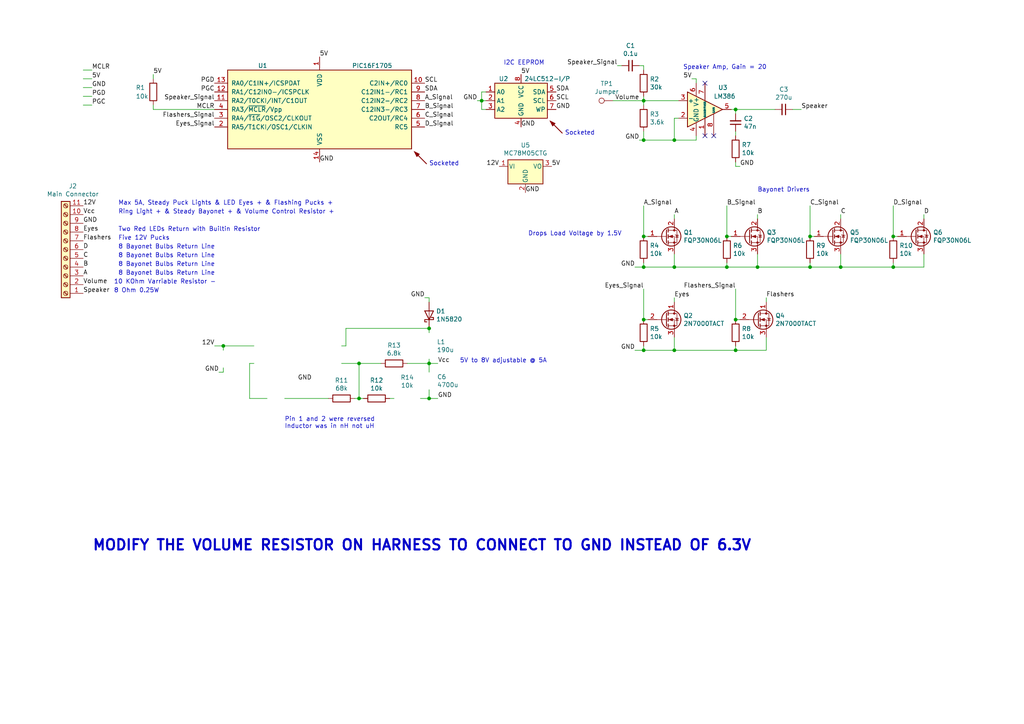
<source format=kicad_sch>
(kicad_sch (version 20231120) (generator "eeschema") (generator_version "8.0")
  (paper "A4")
  (lib_symbols
    (symbol "Amplifier_Audio:LM386" (pin_names (offset 0.127))
      (property "Reference" "U" (at 1.27 7.62 0))
      (property "Value" "LM386" (at 1.27 5.08 0))
      (symbol "LM386_0_1"
        (polyline (pts (xy 5.08 0) (xy -5.08 5.08) (xy -5.08 -5.08) (xy 5.08 0)) (stroke (width 0.254)) (fill (type background)))
      )
      (symbol "LM386_1_1"
        (pin input line (at 0 -7.62 90) (length 5.08) (name "GAIN") (number "1"))
        (pin input line (at -7.62 -2.54 0) (length 2.54) (name "-") (number "2"))
        (pin input line (at -7.62 2.54 0) (length 2.54) (name "+") (number "3"))
        (pin power_in line (at -2.54 -7.62 90) (length 3.81) (name "GND") (number "4"))
        (pin output line (at 7.62 0 180) (length 2.54) (name "~") (number "5"))
        (pin power_in line (at -2.54 7.62 270) (length 3.81) (name "V+") (number "6"))
        (pin input line (at 0 7.62 270) (length 5.08) (name "BYPASS") (number "7"))
        (pin input line (at 2.54 -7.62 90) (length 6.35) (name "GAIN") (number "8"))
      )
    )
    (symbol "Connector:Screw_Terminal_01x11" (pin_names (offset 1.016) hide)
      (property "Reference" "J" (at 0 15.24 0))
      (property "Value" "Screw_Terminal_01x11" (at 0 -15.24 0))
      (symbol "Screw_Terminal_01x11_1_1"
        (rectangle (start -1.27 13.97) (end 1.27 -13.97) (stroke (width 0.254)) (fill (type background)))
        (circle (center 0 -12.7) (radius 0.635) (stroke (width 0.1524)))
        (circle (center 0 -10.16) (radius 0.635) (stroke (width 0.1524)))
        (circle (center 0 -7.62) (radius 0.635) (stroke (width 0.1524)))
        (circle (center 0 -5.08) (radius 0.635) (stroke (width 0.1524)))
        (circle (center 0 -2.54) (radius 0.635) (stroke (width 0.1524)))
        (polyline (pts (xy -0.5334 -12.3698) (xy 0.3302 -13.208)) (stroke (width 0.1524)))
        (polyline (pts (xy -0.5334 -9.8298) (xy 0.3302 -10.668)) (stroke (width 0.1524)))
        (polyline (pts (xy -0.5334 -7.2898) (xy 0.3302 -8.128)) (stroke (width 0.1524)))
        (polyline (pts (xy -0.5334 -4.7498) (xy 0.3302 -5.588)) (stroke (width 0.1524)))
        (polyline (pts (xy -0.5334 -2.2098) (xy 0.3302 -3.048)) (stroke (width 0.1524)))
        (polyline (pts (xy -0.5334 0.3302) (xy 0.3302 -0.508)) (stroke (width 0.1524)))
        (polyline (pts (xy -0.5334 2.8702) (xy 0.3302 2.032)) (stroke (width 0.1524)))
        (polyline (pts (xy -0.5334 5.4102) (xy 0.3302 4.572)) (stroke (width 0.1524)))
        (polyline (pts (xy -0.5334 7.9502) (xy 0.3302 7.112)) (stroke (width 0.1524)))
        (polyline (pts (xy -0.5334 10.4902) (xy 0.3302 9.652)) (stroke (width 0.1524)))
        (polyline (pts (xy -0.5334 13.0302) (xy 0.3302 12.192)) (stroke (width 0.1524)))
        (polyline (pts (xy -0.3556 -12.192) (xy 0.508 -13.0302)) (stroke (width 0.1524)))
        (polyline (pts (xy -0.3556 -9.652) (xy 0.508 -10.4902)) (stroke (width 0.1524)))
        (polyline (pts (xy -0.3556 -7.112) (xy 0.508 -7.9502)) (stroke (width 0.1524)))
        (polyline (pts (xy -0.3556 -4.572) (xy 0.508 -5.4102)) (stroke (width 0.1524)))
        (polyline (pts (xy -0.3556 -2.032) (xy 0.508 -2.8702)) (stroke (width 0.1524)))
        (polyline (pts (xy -0.3556 0.508) (xy 0.508 -0.3302)) (stroke (width 0.1524)))
        (polyline (pts (xy -0.3556 3.048) (xy 0.508 2.2098)) (stroke (width 0.1524)))
        (polyline (pts (xy -0.3556 5.588) (xy 0.508 4.7498)) (stroke (width 0.1524)))
        (polyline (pts (xy -0.3556 8.128) (xy 0.508 7.2898)) (stroke (width 0.1524)))
        (polyline (pts (xy -0.3556 10.668) (xy 0.508 9.8298)) (stroke (width 0.1524)))
        (polyline (pts (xy -0.3556 13.208) (xy 0.508 12.3698)) (stroke (width 0.1524)))
        (circle (center 0 0) (radius 0.635) (stroke (width 0.1524)))
        (circle (center 0 2.54) (radius 0.635) (stroke (width 0.1524)))
        (circle (center 0 5.08) (radius 0.635) (stroke (width 0.1524)))
        (circle (center 0 7.62) (radius 0.635) (stroke (width 0.1524)))
        (circle (center 0 10.16) (radius 0.635) (stroke (width 0.1524)))
        (circle (center 0 12.7) (radius 0.635) (stroke (width 0.1524)))
        (pin passive line (at -5.08 12.7 0) (length 3.81) (name "Pin_1") (number "1"))
        (pin passive line (at -5.08 -10.16 0) (length 3.81) (name "Pin_10") (number "10"))
        (pin passive line (at -5.08 -12.7 0) (length 3.81) (name "Pin_11") (number "11"))
        (pin passive line (at -5.08 10.16 0) (length 3.81) (name "Pin_2") (number "2"))
        (pin passive line (at -5.08 7.62 0) (length 3.81) (name "Pin_3") (number "3"))
        (pin passive line (at -5.08 5.08 0) (length 3.81) (name "Pin_4") (number "4"))
        (pin passive line (at -5.08 2.54 0) (length 3.81) (name "Pin_5") (number "5"))
        (pin passive line (at -5.08 0 0) (length 3.81) (name "Pin_6") (number "6"))
        (pin passive line (at -5.08 -2.54 0) (length 3.81) (name "Pin_7") (number "7"))
        (pin passive line (at -5.08 -5.08 0) (length 3.81) (name "Pin_8") (number "8"))
        (pin passive line (at -5.08 -7.62 0) (length 3.81) (name "Pin_9") (number "9"))
      )
    )
    (symbol "Connector:TestPoint" (pin_numbers hide) (pin_names (offset 0.762) hide)
      (property "Reference" "TP" (at 0 6.858 0))
      (property "Value" "TestPoint" (at 0 5.08 0))
      (symbol "TestPoint_0_1"
        (circle (center 0 3.302) (radius 0.762))
      )
      (symbol "TestPoint_1_1"
        (pin passive line (at 0 0 90) (length 2.54) (name "1") (number "1"))
      )
    )
    (symbol "Device:C_Small" (pin_numbers hide) (pin_names (offset 0.254) hide)
      (property "Reference" "C" (at 0.254 1.778 0))
      (property "Value" "C_Small" (at 0.254 -2.032 0))
      (symbol "C_Small_0_1"
        (polyline (pts (xy -1.524 -0.508) (xy 1.524 -0.508)) (stroke (width 0.3302)))
        (polyline (pts (xy -1.524 0.508) (xy 1.524 0.508)) (stroke (width 0.3048)))
      )
      (symbol "C_Small_1_1"
        (pin passive line (at 0 2.54 270) (length 2.032) (name "~") (number "1"))
        (pin passive line (at 0 -2.54 90) (length 2.032) (name "~") (number "2"))
      )
    )
    (symbol "Device:Q_NMOS_DGS" (pin_names (offset 0) hide)
      (property "Reference" "Q" (at 5.08 1.27 0))
      (property "Value" "Q_NMOS_DGS" (at 5.08 -1.27 0))
      (symbol "Q_NMOS_DGS_0_1"
        (polyline (pts (xy 0.254 0) (xy -2.54 0)))
        (polyline (pts (xy 0.254 1.905) (xy 0.254 -1.905)) (stroke (width 0.254)))
        (polyline (pts (xy 0.762 -1.27) (xy 0.762 -2.286)) (stroke (width 0.254)))
        (polyline (pts (xy 0.762 0.508) (xy 0.762 -0.508)) (stroke (width 0.254)))
        (polyline (pts (xy 0.762 2.286) (xy 0.762 1.27)) (stroke (width 0.254)))
        (polyline (pts (xy 2.54 2.54) (xy 2.54 1.778)))
        (polyline (pts (xy 2.54 -2.54) (xy 2.54 0) (xy 0.762 0)))
        (polyline (pts (xy 0.762 -1.778) (xy 3.302 -1.778) (xy 3.302 1.778) (xy 0.762 1.778)))
        (polyline (pts (xy 1.016 0) (xy 2.032 0.381) (xy 2.032 -0.381) (xy 1.016 0)) (fill (type outline)))
        (polyline (pts (xy 2.794 0.508) (xy 2.921 0.381) (xy 3.683 0.381) (xy 3.81 0.254)))
        (polyline (pts (xy 3.302 0.381) (xy 2.921 -0.254) (xy 3.683 -0.254) (xy 3.302 0.381)))
        (circle (center 1.651 0) (radius 2.794) (stroke (width 0.254)))
        (circle (center 2.54 -1.778) (radius 0.254) (fill (type outline)))
        (circle (center 2.54 1.778) (radius 0.254) (fill (type outline)))
      )
      (symbol "Q_NMOS_DGS_1_1"
        (pin passive line (at 2.54 5.08 270) (length 2.54) (name "D") (number "1"))
        (pin input line (at -5.08 0 0) (length 2.54) (name "G") (number "2"))
        (pin passive line (at 2.54 -5.08 90) (length 2.54) (name "S") (number "3"))
      )
    )
    (symbol "Device:Q_NMOS_GDS" (pin_names (offset 0) hide)
      (property "Reference" "Q" (at 5.08 1.27 0))
      (property "Value" "Q_NMOS_GDS" (at 5.08 -1.27 0))
      (symbol "Q_NMOS_GDS_0_1"
        (polyline (pts (xy 0.254 0) (xy -2.54 0)))
        (polyline (pts (xy 0.254 1.905) (xy 0.254 -1.905)) (stroke (width 0.254)))
        (polyline (pts (xy 0.762 -1.27) (xy 0.762 -2.286)) (stroke (width 0.254)))
        (polyline (pts (xy 0.762 0.508) (xy 0.762 -0.508)) (stroke (width 0.254)))
        (polyline (pts (xy 0.762 2.286) (xy 0.762 1.27)) (stroke (width 0.254)))
        (polyline (pts (xy 2.54 2.54) (xy 2.54 1.778)))
        (polyline (pts (xy 2.54 -2.54) (xy 2.54 0) (xy 0.762 0)))
        (polyline (pts (xy 0.762 -1.778) (xy 3.302 -1.778) (xy 3.302 1.778) (xy 0.762 1.778)))
        (polyline (pts (xy 1.016 0) (xy 2.032 0.381) (xy 2.032 -0.381) (xy 1.016 0)) (fill (type outline)))
        (polyline (pts (xy 2.794 0.508) (xy 2.921 0.381) (xy 3.683 0.381) (xy 3.81 0.254)))
        (polyline (pts (xy 3.302 0.381) (xy 2.921 -0.254) (xy 3.683 -0.254) (xy 3.302 0.381)))
        (circle (center 1.651 0) (radius 2.794) (stroke (width 0.254)))
        (circle (center 2.54 -1.778) (radius 0.254) (fill (type outline)))
        (circle (center 2.54 1.778) (radius 0.254) (fill (type outline)))
      )
      (symbol "Q_NMOS_GDS_1_1"
        (pin input line (at -5.08 0 0) (length 2.54) (name "G") (number "1"))
        (pin passive line (at 2.54 5.08 270) (length 2.54) (name "D") (number "2"))
        (pin passive line (at 2.54 -5.08 90) (length 2.54) (name "S") (number "3"))
      )
    )
    (symbol "Device:R" (pin_numbers hide) (pin_names (offset 0))
      (property "Reference" "R" (at 2.032 0 90))
      (property "Value" "R" (at 0 0 90))
      (symbol "R_0_1"
        (rectangle (start -1.016 -2.54) (end 1.016 2.54) (stroke (width 0.254)))
      )
      (symbol "R_1_1"
        (pin passive line (at 0 3.81 270) (length 1.27) (name "~") (number "1"))
        (pin passive line (at 0 -3.81 90) (length 1.27) (name "~") (number "2"))
      )
    )
    (symbol "Diode:1N5820" (pin_numbers hide) (pin_names (offset 1.016) hide)
      (property "Reference" "D" (at 0 2.54 0))
      (property "Value" "1N5820" (at 0 -2.54 0))
      (symbol "1N5820_0_1"
        (polyline (pts (xy 1.27 0) (xy -1.27 0)))
        (polyline (pts (xy 1.27 1.27) (xy 1.27 -1.27) (xy -1.27 0) (xy 1.27 1.27)) (stroke (width 0.254)))
        (polyline (pts (xy -1.905 0.635) (xy -1.905 1.27) (xy -1.27 1.27) (xy -1.27 -1.27) (xy -0.635 -1.27) (xy -0.635 -0.635)) (stroke (width 0.254)))
      )
      (symbol "1N5820_1_1"
        (pin passive line (at -3.81 0 0) (length 2.54) (name "K") (number "1"))
        (pin passive line (at 3.81 0 180) (length 2.54) (name "A") (number "2"))
      )
    )
    (symbol "Graphic:SYM_Arrow45_Normal" (in_bom no) (on_board no)
      (symbol "SYM_Arrow45_Normal_0_1"
        (polyline (pts (xy 1.524 -1.524) (xy -1.778 1.778)) (stroke (width 0.254)))
        (polyline (pts (xy 1.778 -1.778) (xy 0.254 -1.016) (xy 1.016 -0.254) (xy 1.778 -1.778)) (fill (type outline)))
      )
    )
    (symbol "MCU_Microchip_PIC16:PIC16F610-IP" (pin_names (offset 1.016))
      (property "Reference" "U" (at -25.4 15.24 0))
      (property "Value" "PIC16F610-IP" (at -25.4 12.7 0))
      (symbol "PIC16F610-IP_0_1"
        (rectangle (start -26.67 11.43) (end 26.67 -11.43) (stroke (width 0.254)) (fill (type background)))
      )
      (symbol "PIC16F610-IP_1_1"
        (pin power_in line (at 0 15.24 270) (length 3.81) (name "VDD") (number "1"))
        (pin bidirectional line (at 30.48 7.62 180) (length 3.81) (name "C2IN+/RC0") (number "10"))
        (pin bidirectional line (at -30.48 2.54 0) (length 3.81) (name "RA2/T0CKI/INT/C1OUT") (number "11"))
        (pin bidirectional line (at -30.48 5.08 0) (length 3.81) (name "RA1/C12IN0-/ICSPCLK") (number "12"))
        (pin bidirectional line (at -30.48 7.62 0) (length 3.81) (name "RA0/C1IN+/ICSPDAT") (number "13"))
        (pin power_in line (at 0 -15.24 90) (length 3.81) (name "VSS") (number "14"))
        (pin bidirectional line (at -30.48 -5.08 0) (length 3.81) (name "RA5/T1CKI/OSC1/CLKIN") (number "2"))
        (pin bidirectional line (at -30.48 -2.54 0) (length 3.81) (name "RA4/~{T1G}/OSC2/CLKOUT") (number "3"))
        (pin input line (at -30.48 0 0) (length 3.81) (name "RA3/~{MCLR}/Vpp") (number "4"))
        (pin bidirectional line (at 30.48 -5.08 180) (length 3.81) (name "RC5") (number "5"))
        (pin bidirectional line (at 30.48 -2.54 180) (length 3.81) (name "C2OUT/RC4") (number "6"))
        (pin bidirectional line (at 30.48 0 180) (length 3.81) (name "C12IN3-/RC3") (number "7"))
        (pin bidirectional line (at 30.48 2.54 180) (length 3.81) (name "C12IN2-/RC2") (number "8"))
        (pin bidirectional line (at 30.48 5.08 180) (length 3.81) (name "C12IN1-/RC1") (number "9"))
      )
    )
    (symbol "Memory_EEPROM:24LC256"
      (property "Reference" "U" (at -6.35 6.35 0))
      (property "Value" "24LC256" (at 1.27 6.35 0))
      (symbol "24LC256_1_1"
        (rectangle (start -7.62 5.08) (end 7.62 -5.08) (stroke (width 0.254)) (fill (type background)))
        (pin input line (at -10.16 2.54 0) (length 2.54) (name "A0") (number "1"))
        (pin input line (at -10.16 0 0) (length 2.54) (name "A1") (number "2"))
        (pin input line (at -10.16 -2.54 0) (length 2.54) (name "A2") (number "3"))
        (pin power_in line (at 0 -7.62 90) (length 2.54) (name "GND") (number "4"))
        (pin bidirectional line (at 10.16 2.54 180) (length 2.54) (name "SDA") (number "5"))
        (pin input line (at 10.16 0 180) (length 2.54) (name "SCL") (number "6"))
        (pin input line (at 10.16 -2.54 180) (length 2.54) (name "WP") (number "7"))
        (pin power_in line (at 0 7.62 270) (length 2.54) (name "VCC") (number "8"))
      )
    )
    (symbol "Regulator_Linear:MC78M05_TO252" (pin_names (offset 0.254))
      (property "Reference" "U" (at -3.81 3.175 0))
      (property "Value" "MC78M05_TO252" (at 0 3.175 0))
      (symbol "MC78M05_TO252_0_1"
        (rectangle (start -5.08 1.905) (end 5.08 -5.08) (stroke (width 0.254)) (fill (type background)))
      )
      (symbol "MC78M05_TO252_1_1"
        (pin power_in line (at -7.62 0 0) (length 2.54) (name "VI") (number "1"))
        (pin power_in line (at 0 -7.62 90) (length 2.54) (name "GND") (number "2"))
        (pin power_out line (at 7.62 0 180) (length 2.54) (name "VO") (number "3"))
      )
    )
  )
  (junction (at 186.69 101.6))
  (junction (at 234.95 68.58))
  (junction (at 213.36 101.6))
  (junction (at 195.58 40.64))
  (junction (at 213.36 92.71))
  (junction (at 195.58 101.6))
  (junction (at 195.58 77.47))
  (junction (at 213.36 31.75))
  (junction (at 210.82 77.47))
  (junction (at 104.14 115.57))
  (junction (at 64.77 100.33))
  (junction (at 186.69 68.58))
  (junction (at 124.46 95.25))
  (junction (at 234.95 77.47))
  (junction (at 186.69 92.71))
  (junction (at 186.69 29.21))
  (junction (at 259.08 77.47))
  (junction (at 124.46 115.57))
  (junction (at 243.84 77.47))
  (junction (at 186.69 40.64))
  (junction (at 124.46 105.41))
  (junction (at 139.7 29.21))
  (junction (at 219.71 77.47))
  (junction (at 104.14 105.41))
  (junction (at 259.08 68.58))
  (junction (at 186.69 77.47))
  (junction (at 210.82 68.58))
  (no_connect (at 207.01 39.37))
  (no_connect (at 204.47 24.13))
  (no_connect (at 204.47 39.37))
  (wire (pts (xy 139.7 29.21) (xy 139.7 31.75)))
  (wire (pts (xy 26.67 22.86) (xy 24.13 22.86)))
  (wire (pts (xy 259.08 77.47) (xy 267.97 77.47)))
  (wire (pts (xy 219.71 62.23) (xy 219.71 63.5)))
  (wire (pts (xy 213.36 31.75) (xy 224.79 31.75)))
  (wire (pts (xy 186.69 68.58) (xy 187.96 68.58)))
  (wire (pts (xy 195.58 62.23) (xy 195.58 63.5)))
  (wire (pts (xy 184.15 77.47) (xy 186.69 77.47)))
  (wire (pts (xy 24.13 27.94) (xy 26.67 27.94)))
  (wire (pts (xy 72.39 105.41) (xy 72.39 115.57)))
  (wire (pts (xy 186.69 29.21) (xy 186.69 27.94)))
  (wire (pts (xy 64.77 101.6) (xy 64.77 100.33)))
  (wire (pts (xy 186.69 83.82) (xy 186.69 92.71)))
  (wire (pts (xy 64.77 100.33) (xy 62.23 100.33)))
  (wire (pts (xy 99.06 105.41) (xy 104.14 105.41)))
  (wire (pts (xy 114.3 115.57) (xy 113.03 115.57)))
  (wire (pts (xy 44.45 31.75) (xy 44.45 30.48)))
  (wire (pts (xy 139.7 29.21) (xy 140.97 29.21)))
  (wire (pts (xy 124.46 96.52) (xy 124.46 95.25)))
  (wire (pts (xy 267.97 62.23) (xy 267.97 63.5)))
  (wire (pts (xy 243.84 73.66) (xy 243.84 77.47)))
  (wire (pts (xy 139.7 26.67) (xy 140.97 26.67)))
  (wire (pts (xy 121.92 115.57) (xy 124.46 115.57)))
  (wire (pts (xy 195.58 77.47) (xy 210.82 77.47)))
  (wire (pts (xy 210.82 77.47) (xy 219.71 77.47)))
  (wire (pts (xy 195.58 34.29) (xy 196.85 34.29)))
  (wire (pts (xy 99.06 100.33) (xy 100.33 100.33)))
  (wire (pts (xy 213.36 92.71) (xy 214.63 92.71)))
  (wire (pts (xy 124.46 86.36) (xy 123.19 86.36)))
  (wire (pts (xy 200.66 22.86) (xy 201.93 22.86)))
  (wire (pts (xy 124.46 105.41) (xy 124.46 104.14)))
  (wire (pts (xy 102.87 115.57) (xy 104.14 115.57)))
  (wire (pts (xy 195.58 97.79) (xy 195.58 101.6)))
  (wire (pts (xy 243.84 77.47) (xy 259.08 77.47)))
  (wire (pts (xy 44.45 31.75) (xy 62.23 31.75)))
  (wire (pts (xy 195.58 101.6) (xy 213.36 101.6)))
  (wire (pts (xy 124.46 113.03) (xy 124.46 115.57)))
  (wire (pts (xy 100.33 95.25) (xy 100.33 100.33)))
  (wire (pts (xy 219.71 73.66) (xy 219.71 77.47)))
  (wire (pts (xy 72.39 115.57) (xy 77.47 115.57)))
  (wire (pts (xy 186.69 101.6) (xy 195.58 101.6)))
  (wire (pts (xy 210.82 77.47) (xy 210.82 76.2)))
  (wire (pts (xy 184.15 101.6) (xy 186.69 101.6)))
  (wire (pts (xy 213.36 101.6) (xy 213.36 100.33)))
  (wire (pts (xy 186.69 40.64) (xy 186.69 38.1)))
  (wire (pts (xy 138.43 29.21) (xy 139.7 29.21)))
  (wire (pts (xy 214.63 48.26) (xy 213.36 48.26)))
  (wire (pts (xy 64.77 107.95) (xy 64.77 106.68)))
  (wire (pts (xy 195.58 40.64) (xy 201.93 40.64)))
  (wire (pts (xy 104.14 105.41) (xy 110.49 105.41)))
  (wire (pts (xy 213.36 39.37) (xy 213.36 38.1)))
  (wire (pts (xy 82.55 115.57) (xy 95.25 115.57)))
  (wire (pts (xy 243.84 62.23) (xy 243.84 63.5)))
  (wire (pts (xy 195.58 86.36) (xy 195.58 87.63)))
  (wire (pts (xy 186.69 29.21) (xy 196.85 29.21)))
  (wire (pts (xy 186.69 77.47) (xy 186.69 76.2)))
  (wire (pts (xy 210.82 68.58) (xy 212.09 68.58)))
  (wire (pts (xy 201.93 40.64) (xy 201.93 39.37)))
  (wire (pts (xy 212.09 31.75) (xy 213.36 31.75)))
  (wire (pts (xy 229.87 31.75) (xy 232.41 31.75)))
  (wire (pts (xy 104.14 115.57) (xy 105.41 115.57)))
  (wire (pts (xy 179.07 19.05) (xy 180.34 19.05)))
  (wire (pts (xy 73.66 105.41) (xy 72.39 105.41)))
  (wire (pts (xy 104.14 115.57) (xy 104.14 105.41)))
  (wire (pts (xy 124.46 107.95) (xy 124.46 105.41)))
  (wire (pts (xy 213.36 33.02) (xy 213.36 31.75)))
  (wire (pts (xy 213.36 48.26) (xy 213.36 46.99)))
  (wire (pts (xy 234.95 68.58) (xy 236.22 68.58)))
  (wire (pts (xy 186.69 92.71) (xy 187.96 92.71)))
  (wire (pts (xy 201.93 22.86) (xy 201.93 24.13)))
  (wire (pts (xy 24.13 30.48) (xy 26.67 30.48)))
  (wire (pts (xy 44.45 22.86) (xy 44.45 21.59)))
  (wire (pts (xy 267.97 73.66) (xy 267.97 77.47)))
  (wire (pts (xy 186.69 77.47) (xy 195.58 77.47)))
  (wire (pts (xy 186.69 19.05) (xy 186.69 20.32)))
  (wire (pts (xy 186.69 101.6) (xy 186.69 100.33)))
  (wire (pts (xy 127 115.57) (xy 124.46 115.57)))
  (wire (pts (xy 234.95 77.47) (xy 243.84 77.47)))
  (wire (pts (xy 195.58 73.66) (xy 195.58 77.47)))
  (wire (pts (xy 186.69 40.64) (xy 195.58 40.64)))
  (wire (pts (xy 185.42 19.05) (xy 186.69 19.05)))
  (wire (pts (xy 177.8 29.21) (xy 186.69 29.21)))
  (wire (pts (xy 139.7 29.21) (xy 139.7 26.67)))
  (wire (pts (xy 234.95 77.47) (xy 234.95 76.2)))
  (wire (pts (xy 259.08 59.69) (xy 259.08 68.58)))
  (wire (pts (xy 140.97 31.75) (xy 139.7 31.75)))
  (wire (pts (xy 213.36 83.82) (xy 213.36 92.71)))
  (wire (pts (xy 222.25 86.36) (xy 222.25 87.63)))
  (wire (pts (xy 124.46 105.41) (xy 127 105.41)))
  (wire (pts (xy 259.08 77.47) (xy 259.08 76.2)))
  (wire (pts (xy 100.33 95.25) (xy 124.46 95.25)))
  (wire (pts (xy 124.46 87.63) (xy 124.46 86.36)))
  (wire (pts (xy 118.11 105.41) (xy 124.46 105.41)))
  (wire (pts (xy 259.08 68.58) (xy 260.35 68.58)))
  (wire (pts (xy 185.42 40.64) (xy 186.69 40.64)))
  (wire (pts (xy 222.25 97.79) (xy 222.25 101.6)))
  (wire (pts (xy 24.13 25.4) (xy 26.67 25.4)))
  (wire (pts (xy 234.95 59.69) (xy 234.95 68.58)))
  (wire (pts (xy 73.66 100.33) (xy 64.77 100.33)))
  (wire (pts (xy 63.5 107.95) (xy 64.77 107.95)))
  (wire (pts (xy 186.69 59.69) (xy 186.69 68.58)))
  (wire (pts (xy 195.58 34.29) (xy 195.58 40.64)))
  (wire (pts (xy 24.13 20.32) (xy 26.67 20.32)))
  (wire (pts (xy 210.82 59.69) (xy 210.82 68.58)))
  (wire (pts (xy 186.69 30.48) (xy 186.69 29.21)))
  (wire (pts (xy 213.36 101.6) (xy 222.25 101.6)))
  (wire (pts (xy 219.71 77.47) (xy 234.95 77.47)))
  (text "Drops Load Voltage by 1.5V" (at 180.34 68.58 0) (effects (font (size 1.27 1.27)) (justify right bottom)))
  (text "8 Bayonet Bulbs Return Line" (at 34.29 72.39 0) (effects (font (size 1.27 1.27)) (justify left bottom)))
  (text "Pin 1 and 2 were reversed\nInductor was in nH not uH" (at 82.55 124.46 0) (effects (font (size 1.27 1.27)) (justify left bottom)))
  (text "Socketed" (at 163.83 39.37 0) (effects (font (size 1.27 1.27)) (justify left bottom)))
  (text "Five 12V Pucks" (at 34.29 69.85 0) (effects (font (size 1.27 1.27)) (justify left bottom)))
  (text "8 Bayonet Bulbs Return Line" (at 34.29 80.01 0) (effects (font (size 1.27 1.27)) (justify left bottom)))
  (text "MODIFY THE VOLUME RESISTOR ON HARNESS TO CONNECT TO GND INSTEAD OF 6.3V" (at 26.67 160.02 0) (effects (font (size 2.9972 2.9972) (thickness 0.5994) (bold yes)) (justify left bottom)))
  (text "5V to 8V adjustable @ 5A" (at 133.35 105.41 0) (effects (font (size 1.27 1.27)) (justify left bottom)))
  (text "8 Ohm 0.25W" (at 33.02 85.09 0) (effects (font (size 1.27 1.27)) (justify left bottom)))
  (text "Two Red LEDs Return with Builtin Resistor" (at 34.29 67.31 0) (effects (font (size 1.27 1.27)) (justify left bottom)))
  (text "I2C EEPROM" (at 146.05 19.05 0) (effects (font (size 1.27 1.27)) (justify left bottom)))
  (text "Speaker Amp, Gain = 20" (at 198.12 20.32 0) (effects (font (size 1.27 1.27)) (justify left bottom)))
  (text "Socketed" (at 124.46 48.26 0) (effects (font (size 1.27 1.27)) (justify left bottom)))
  (text "10 KOhm Varriable Resistor -" (at 33.02 82.55 0) (effects (font (size 1.27 1.27)) (justify left bottom)))
  (text "Bayonet Drivers" (at 219.71 55.88 0) (effects (font (size 1.27 1.27)) (justify left bottom)))
  (text "Ring Light + & Steady Bayonet + & Volume Control Resistor +" (at 34.29 62.23 0) (effects (font (size 1.27 1.27)) (justify left bottom)))
  (text "Max 5A, Steady Puck Lights & LED Eyes + & Flashing Pucks +" (at 34.29 59.69 0) (effects (font (size 1.27 1.27)) (justify left bottom)))
  (text "8 Bayonet Bulbs Return Line" (at 34.29 77.47 0) (effects (font (size 1.27 1.27)) (justify left bottom)))
  (text "8 Bayonet Bulbs Return Line" (at 34.29 74.93 0) (effects (font (size 1.27 1.27)) (justify left bottom)))
  (label "MCLR" (at 26.67 20.32 0))
  (label "Volume" (at 185.42 29.21 180))
  (label "SDA" (at 161.29 26.67 0))
  (label "SDA" (at 123.19 26.67 0))
  (label "Speaker" (at 24.13 85.09 0))
  (label "Speaker_Signal" (at 62.23 29.21 180))
  (label "5V" (at 44.45 21.59 0))
  (label "PGC" (at 62.23 26.67 180))
  (label "C" (at 243.84 62.23 0))
  (label "5V" (at 92.71 16.51 0))
  (label "PGC" (at 26.67 30.48 0))
  (label "PGD" (at 62.23 24.13 180))
  (label "B" (at 24.13 77.47 0))
  (label "B_Signal" (at 123.19 31.75 0))
  (label "D" (at 24.13 72.39 0))
  (label "5V" (at 26.67 22.86 0))
  (label "GND" (at 26.67 25.4 0))
  (label "Flashers" (at 24.13 69.85 0))
  (label "GND" (at 185.42 40.64 180))
  (label "A_Signal" (at 123.19 29.21 0))
  (label "C_Signal" (at 123.19 34.29 0))
  (label "A" (at 24.13 80.01 0))
  (label "D" (at 267.97 62.23 0))
  (label "B" (at 219.71 62.23 0))
  (label "Flashers" (at 222.25 86.36 0))
  (label "GND" (at 63.5 107.95 180))
  (label "5V" (at 151.13 21.59 0))
  (label "C" (at 24.13 74.93 0))
  (label "GND" (at 151.13 36.83 0))
  (label "GND" (at 24.13 64.77 0))
  (label "GND" (at 86.36 110.49 0))
  (label "12V" (at 24.13 59.69 0))
  (label "GND" (at 214.63 48.26 0))
  (label "Eyes_Signal" (at 62.23 36.83 180))
  (label "GND" (at 127 115.57 0))
  (label "5V" (at 200.66 22.86 180))
  (label "D_Signal" (at 123.19 36.83 0))
  (label "GND" (at 92.71 46.99 0))
  (label "Flashers_Signal" (at 62.23 34.29 180))
  (label "Speaker" (at 232.41 31.75 0))
  (label "C_Signal" (at 234.95 59.69 0))
  (label "Vcc" (at 24.13 62.23 0))
  (label "Vcc" (at 127 105.41 0))
  (label "12V" (at 144.78 48.26 180))
  (label "5V" (at 160.02 48.26 0))
  (label "A_Signal" (at 186.69 59.69 0))
  (label "A" (at 195.58 62.23 0))
  (label "D_Signal" (at 259.08 59.69 0))
  (label "GND" (at 138.43 29.21 180))
  (label "12V" (at 62.23 100.33 180))
  (label "Eyes" (at 24.13 67.31 0))
  (label "GND" (at 152.4 55.88 0))
  (label "SCL" (at 161.29 29.21 0))
  (label "GND" (at 123.19 86.36 180))
  (label "Eyes_Signal" (at 186.69 83.82 180))
  (label "Flashers_Signal" (at 213.36 83.82 180))
  (label "Volume" (at 24.13 82.55 0))
  (label "Eyes" (at 195.58 86.36 0))
  (label "SCL" (at 123.19 24.13 0))
  (label "GND" (at 184.15 101.6 180))
  (label "MCLR" (at 62.23 31.75 180))
  (label "PGD" (at 26.67 27.94 0))
  (label "GND" (at 184.15 77.47 180))
  (label "Speaker_Signal" (at 179.07 19.05 180))
  (label "GND" (at 161.29 31.75 0))
  (label "B_Signal" (at 210.82 59.69 0))
  (symbol (lib_id "MCU_Microchip_PIC16:PIC16F610-IP") (at 92.71 31.75 0) (unit 1)
    (property "Reference" "U1" (at 76.2 19.05 0))
    (property "Value" "PIC16F1705" (at 107.95 19.05 0))
    (property "Footprint" "Package_DIP:DIP-14_W7.62mm" (effects (hide yes)))
    (property "Datasheet" "http://ww1.microchip.com/downloads/en/DeviceDoc/41288F.pdf" (effects (hide yes)))
    (property "Digikey" "PIC16F1705-I/P-ND" (effects (hide yes)))
  )
  (symbol (lib_id "Connector:Conn_01x05_Male") (at 19.05 25.4 0) (unit 1)
    (property "Reference" "J1" (at 22.86 13.97 0))
    (property "Value" "ICSP Programing" (at 22.86 16.51 0))
    (property "Footprint" "Connector_PinHeader_2.54mm:PinHeader_1x05_P2.54mm_Vertical" (effects (hide yes)))
    (property "Digikey" "WM19491-ND" (effects (hide yes)))
  )
  (symbol (lib_id "Graphic:SYM_Arrow45_Normal") (at 121.92 45.72 180) (unit 1)
    (property "Reference" "SYM1" (effects (hide yes)))
    (property "Value" "Socket" (effects (hide yes)))
    (property "Digikey" "AE9989-ND" (effects (hide yes)))
  )
  (symbol (lib_id "Graphic:SYM_Arrow45_Normal") (at 161.29 36.83 180) (unit 1)
    (property "Reference" "SYM2" (effects (hide yes)))
    (property "Value" "Socket" (effects (hide yes)))
    (property "Digikey" "AE9986-ND" (effects (hide yes)))
  )
  (symbol (lib_id "Connector:Screw_Terminal_01x11") (at 19.05 72.39 180) (unit 1)
    (property "Reference" "J2" (at 21.1328 53.975 0))
    (property "Value" "Main Connector" (at 21.1328 56.2864 0))
    (property "Footprint" "TerminalBlock_Phoenix:TerminalBlock_Phoenix_MKDS-3-11-5.08_1x11_P5.08mm_Horizontal" (effects (hide yes)))
    (property "Digikey" "277-1586-ND" (effects (hide yes)))
  )
  (symbol (lib_id "Device:R") (at 44.45 26.67 0) (mirror y) (unit 1)
    (property "Reference" "R1" (at 39.37 25.4 0) (effects (justify right)))
    (property "Value" "10k" (at 39.37 27.94 0) (effects (justify right)))
    (property "Footprint" "Resistor_THT:R_Axial_DIN0207_L6.3mm_D2.5mm_P10.16mm_Horizontal" (effects (hide yes)))
    (property "Digikey" "13-MFR50SFTE52-10KCT-ND" (effects (hide yes)))
  )
  (symbol (lib_id "Memory_EEPROM:24LC256") (at 151.13 29.21 0) (unit 1)
    (property "Reference" "U2" (at 146.05 22.86 0))
    (property "Value" "24LC512-I/P" (at 158.75 22.86 0))
    (property "Footprint" "Package_DIP:DIP-8_W7.62mm" (effects (hide yes)))
    (property "Datasheet" "http://ww1.microchip.com/downloads/en/devicedoc/21203m.pdf" (effects (hide yes)))
    (property "Digikey" "24LC512-I/P-ND" (effects (hide yes)))
  )
  (symbol (lib_id "Amplifier_Audio:LM386") (at 204.47 31.75 0) (unit 1)
    (property "Reference" "U3" (at 208.28 25.4 0) (effects (justify left)))
    (property "Value" "LM386" (at 207.01 27.94 0) (effects (justify left)))
    (property "Footprint" "Package_DIP:DIP-8_W7.62mm" (effects (hide yes)))
    (property "Datasheet" "http://www.ti.com/lit/ds/symlink/lm386.pdf" (effects (hide yes)))
    (property "Digikey" "296-44414-5-ND" (effects (hide yes)))
  )
  (symbol (lib_id "Device:C_Small") (at 227.33 31.75 270) (unit 1)
    (property "Reference" "C3" (at 227.33 25.9334 90))
    (property "Value" "270u" (at 227.33 28.2448 90))
    (property "Footprint" "Capacitor_THT:CP_Radial_D8.0mm_P3.50mm" (effects (hide yes)))
    (property "Digikey" "493-5019-1-ND" (effects (hide yes)))
  )
  (symbol (lib_id "Device:R") (at 186.69 24.13 0) (unit 1)
    (property "Reference" "R2" (at 188.468 22.9616 0) (effects (justify left)))
    (property "Value" "30k" (at 188.468 25.273 0) (effects (justify left)))
    (property "Footprint" "Resistor_THT:R_Axial_DIN0207_L6.3mm_D2.5mm_P10.16mm_Horizontal" (effects (hide yes)))
    (property "Digikey" "13-MFR-25FTE52-30KCT-ND" (effects (hide yes)))
  )
  (symbol (lib_id "Device:R") (at 186.69 34.29 0) (unit 1)
    (property "Reference" "R3" (at 188.468 33.1216 0) (effects (justify left)))
    (property "Value" "3.6k" (at 188.468 35.433 0) (effects (justify left)))
    (property "Footprint" "Resistor_THT:R_Axial_DIN0207_L6.3mm_D2.5mm_P10.16mm_Horizontal" (effects (hide yes)))
    (property "Digikey" "13-MFR-25FTE52-3K6CT-ND" (effects (hide yes)))
  )
  (symbol (lib_id "Device:C_Small") (at 213.36 35.56 180) (unit 1)
    (property "Reference" "C2" (at 215.6968 34.3916 0) (effects (justify right)))
    (property "Value" "47n" (at 215.6968 36.703 0) (effects (justify right)))
    (property "Footprint" "Capacitor_THT:C_Disc_D4.7mm_W2.5mm_P5.00mm" (effects (hide yes)))
    (property "Digikey" "BC2686CT-ND" (effects (hide yes)))
  )
  (symbol (lib_id "Device:R") (at 213.36 43.18 0) (unit 1)
    (property "Reference" "R7" (at 215.138 42.0116 0) (effects (justify left)))
    (property "Value" "10k" (at 215.138 44.323 0) (effects (justify left)))
    (property "Footprint" "Resistor_THT:R_Axial_DIN0207_L6.3mm_D2.5mm_P10.16mm_Horizontal" (effects (hide yes)))
    (property "Digikey" "13-MFR50SFTE52-10KCT-ND" (effects (hide yes)))
  )
  (symbol (lib_id "Device:C_Small") (at 182.88 19.05 90) (unit 1)
    (property "Reference" "C1" (at 182.88 13.2334 90))
    (property "Value" "0.1u" (at 182.88 15.5448 90))
    (property "Footprint" "Capacitor_THT:C_Disc_D3.8mm_W2.6mm_P2.50mm" (effects (hide yes)))
    (property "Digikey" "399-4151-ND" (effects (hide yes)))
  )
  (symbol (lib_id "Device:R") (at 186.69 72.39 180) (unit 1)
    (property "Reference" "R4" (at 188.468 71.2216 0) (effects (justify right)))
    (property "Value" "10k" (at 188.468 73.533 0) (effects (justify right)))
    (property "Footprint" "Resistor_THT:R_Axial_DIN0207_L6.3mm_D2.5mm_P10.16mm_Horizontal" (effects (hide yes)))
    (property "Digikey" "13-MFR50SFTE52-10KCT-ND" (effects (hide yes)))
  )
  (symbol (lib_id "Device:R") (at 210.82 72.39 180) (unit 1)
    (property "Reference" "R6" (at 212.598 71.2216 0) (effects (justify right)))
    (property "Value" "10k" (at 212.598 73.533 0) (effects (justify right)))
    (property "Footprint" "Resistor_THT:R_Axial_DIN0207_L6.3mm_D2.5mm_P10.16mm_Horizontal" (effects (hide yes)))
    (property "Digikey" "13-MFR50SFTE52-10KCT-ND" (effects (hide yes)))
  )
  (symbol (lib_id "Device:R") (at 234.95 72.39 180) (unit 1)
    (property "Reference" "R9" (at 236.728 71.2216 0) (effects (justify right)))
    (property "Value" "10k" (at 236.728 73.533 0) (effects (justify right)))
    (property "Footprint" "Resistor_THT:R_Axial_DIN0207_L6.3mm_D2.5mm_P10.16mm_Horizontal" (effects (hide yes)))
    (property "Digikey" "13-MFR50SFTE52-10KCT-ND" (effects (hide yes)))
  )
  (symbol (lib_id "Device:R") (at 259.08 72.39 180) (unit 1)
    (property "Reference" "R10" (at 260.858 71.2216 0) (effects (justify right)))
    (property "Value" "10k" (at 260.858 73.533 0) (effects (justify right)))
    (property "Footprint" "Resistor_THT:R_Axial_DIN0207_L6.3mm_D2.5mm_P10.16mm_Horizontal" (effects (hide yes)))
    (property "Digikey" "13-MFR50SFTE52-10KCT-ND" (effects (hide yes)))
  )
  (symbol (lib_id "Device:R") (at 186.69 96.52 180) (unit 1)
    (property "Reference" "R5" (at 188.468 95.3516 0) (effects (justify right)))
    (property "Value" "10k" (at 188.468 97.663 0) (effects (justify right)))
    (property "Footprint" "Resistor_THT:R_Axial_DIN0207_L6.3mm_D2.5mm_P10.16mm_Horizontal" (effects (hide yes)))
    (property "Digikey" "13-MFR50SFTE52-10KCT-ND" (effects (hide yes)))
  )
  (symbol (lib_id "Device:R") (at 213.36 96.52 180) (unit 1)
    (property "Reference" "R8" (at 215.138 95.3516 0) (effects (justify right)))
    (property "Value" "10k" (at 215.138 97.663 0) (effects (justify right)))
    (property "Footprint" "Resistor_THT:R_Axial_DIN0207_L6.3mm_D2.5mm_P10.16mm_Horizontal" (effects (hide yes)))
    (property "Digikey" "13-MFR50SFTE52-10KCT-ND" (effects (hide yes)))
  )
  (symbol (lib_id "Device:Q_NMOS_DGS") (at 193.04 92.71 0) (unit 1)
    (property "Reference" "Q2" (at 198.2216 91.5416 0) (effects (justify left)))
    (property "Value" "2N7000TACT" (at 198.2216 93.853 0) (effects (justify left)))
    (property "Footprint" "Package_TO_SOT_THT:TO-92_Inline" (effects (hide yes)))
    (property "Digikey" "2N7000TACT-ND" (effects (hide yes)))
  )
  (symbol (lib_id "Device:Q_NMOS_GDS") (at 193.04 68.58 0) (unit 1)
    (property "Reference" "Q1" (at 198.247 67.4116 0) (effects (justify left)))
    (property "Value" "FQP30N06L" (at 198.247 69.723 0) (effects (justify left)))
    (property "Footprint" "Package_TO_SOT_THT:TO-220-3_Vertical" (effects (hide yes)))
    (property "Digikey" "FQP30N06L-ND" (effects (hide yes)))
  )
  (symbol (lib_id "Device:Q_NMOS_GDS") (at 217.17 68.58 0) (unit 1)
    (property "Reference" "Q3" (at 222.377 67.4116 0) (effects (justify left)))
    (property "Value" "FQP30N06L" (at 222.377 69.723 0) (effects (justify left)))
    (property "Footprint" "Package_TO_SOT_THT:TO-220-3_Vertical" (effects (hide yes)))
    (property "Digikey" "FQP30N06L-ND" (effects (hide yes)))
  )
  (symbol (lib_id "Device:Q_NMOS_GDS") (at 241.3 68.58 0) (unit 1)
    (property "Reference" "Q5" (at 246.507 67.4116 0) (effects (justify left)))
    (property "Value" "FQP30N06L" (at 246.507 69.723 0) (effects (justify left)))
    (property "Footprint" "Package_TO_SOT_THT:TO-220-3_Vertical" (effects (hide yes)))
    (property "Digikey" "FQP30N06L-ND" (effects (hide yes)))
  )
  (symbol (lib_id "Device:Q_NMOS_GDS") (at 265.43 68.58 0) (unit 1)
    (property "Reference" "Q6" (at 270.637 67.4116 0) (effects (justify left)))
    (property "Value" "FQP30N06L" (at 270.637 69.723 0) (effects (justify left)))
    (property "Footprint" "Package_TO_SOT_THT:TO-220-3_Vertical" (effects (hide yes)))
    (property "Digikey" "FQP30N06L-ND" (effects (hide yes)))
  )
  (symbol (lib_id "Device:Q_NMOS_DGS") (at 219.71 92.71 0) (unit 1)
    (property "Reference" "Q4" (at 224.8916 91.5416 0) (effects (justify left)))
    (property "Value" "2N7000TACT" (at 224.8916 93.853 0) (effects (justify left)))
    (property "Footprint" "Package_TO_SOT_THT:TO-92_Inline" (effects (hide yes)))
    (property "Digikey" "2N7000TACT-ND" (effects (hide yes)))
  )
  (symbol (lib_id "Regulator_Linear:MC78M05_TO252") (at 152.4 48.26 0) (unit 1)
    (property "Reference" "U5" (at 152.4 42.1132 0))
    (property "Value" "MC78M05CTG" (at 152.4 44.4246 0))
    (property "Footprint" "Package_TO_SOT_THT:TO-220-3_Vertical" (effects (hide yes)))
    (property "Datasheet" "https://www.onsemi.com/pub/Collateral/MC78M00-D.PDF" (effects (hide yes)))
    (property "Digikey" "MC78M05BTGOS-ND" (effects (hide yes)))
  )
  (symbol (lib_id "mc33167tvg:MC33167TVG") (at 86.36 102.87 0) (unit 1)
    (property "Reference" "U4" (at 86.36 93.5482 0))
    (property "Value" "MC33167TVG" (at 86.36 95.8596 0))
    (property "Footprint" "Package_TO_SOT_THT:TO-220-5_Vertical" (effects (hide yes)))
    (property "Digikey" "MC33167TVGOS-ND" (effects (hide yes)))
  )
  (symbol (lib_id "Diode:1N5820") (at 124.46 91.44 90) (unit 1)
    (property "Reference" "D1" (at 126.492 90.2716 90) (effects (justify right)))
    (property "Value" "1N5820" (at 126.492 92.583 90) (effects (justify right)))
    (property "Footprint" "Diode_THT:D_DO-201AD_P15.24mm_Horizontal" (effects (hide yes)))
    (property "Datasheet" "http://www.vishay.com/docs/88526/1n5820.pdf" (effects (hide yes)))
    (property "Digikey" "1N5820-TPMSCT-ND" (effects (hide yes)))
  )
  (symbol (lib_id "Device:L_Core_Ferrite") (at 124.46 100.33 0) (unit 1)
    (property "Reference" "L1" (at 126.6952 99.1616 0) (effects (justify left)))
    (property "Value" "190u" (at 126.6952 101.473 0) (effects (justify left)))
    (property "Footprint" "Inductor_THT:L_Axial_L9.5mm_D4.0mm_P15.24mm_Horizontal_Fastron_SMCC" (effects (hide yes)))
    (property "Digikey" "495-76015-1-ND" (effects (hide yes)))
  )
  (symbol (lib_id "Device:CP1_Small") (at 124.46 110.49 0) (unit 1)
    (property "Reference" "C6" (at 126.7714 109.3216 0) (effects (justify left)))
    (property "Value" "4700u" (at 126.7714 111.633 0) (effects (justify left)))
    (property "Footprint" "Capacitor_THT:CP_Radial_D12.5mm_P5.00mm" (effects (hide yes)))
    (property "Digikey" "1189-1123-ND" (effects (hide yes)))
  )
  (symbol (lib_id "Device:CP1_Small") (at 64.77 104.14 0) (unit 1)
    (property "Reference" "C4" (at 67.0814 102.9716 0) (effects (justify left)))
    (property "Value" "330u" (at 67.0814 105.283 0) (effects (justify left)))
    (property "Footprint" "Capacitor_THT:CP_Radial_D10.0mm_P5.00mm" (effects (hide yes)))
    (property "Digikey" "493-7053-1-ND" (effects (hide yes)))
  )
  (symbol (lib_id "Device:CP1_Small") (at 80.01 115.57 270) (unit 1)
    (property "Reference" "C5" (at 80.01 109.7788 90))
    (property "Value" "0.1u" (at 80.01 112.0902 90))
    (property "Footprint" "Capacitor_THT:C_Disc_D3.8mm_W2.6mm_P2.50mm" (effects (hide yes)))
    (property "Digikey" "399-4151-ND" (effects (hide yes)))
  )
  (symbol (lib_id "Device:R") (at 99.06 115.57 270) (unit 1)
    (property "Reference" "R11" (at 99.06 110.3122 90))
    (property "Value" "68k" (at 99.06 112.6236 90))
    (property "Footprint" "Resistor_THT:R_Axial_DIN0207_L6.3mm_D2.5mm_P10.16mm_Horizontal" (effects (hide yes)))
    (property "Digikey" "13-MFR-25FTE52-68KCT-ND" (effects (hide yes)))
  )
  (symbol (lib_id "Device:R") (at 114.3 105.41 270) (unit 1)
    (property "Reference" "R13" (at 114.3 100.1522 90))
    (property "Value" "6.8k" (at 114.3 102.4636 90))
    (property "Footprint" "Resistor_THT:R_Axial_DIN0207_L6.3mm_D2.5mm_P10.16mm_Horizontal" (effects (hide yes)))
    (property "Digikey" "13-MFR-25FRF52-6K8CT-ND" (effects (hide yes)))
  )
  (symbol (lib_id "Device:RTRIM") (at 118.11 115.57 270) (unit 1)
    (property "Reference" "R14" (at 118.11 109.474 90))
    (property "Value" "10k" (at 118.11 111.7854 90))
    (property "Footprint" "Potentiometer_THT:Potentiometer_Bourns_3386P_Vertical" (effects (hide yes)))
    (property "Digikey" "3362R-103LF-ND" (effects (hide yes)))
  )
  (symbol (lib_id "Device:R") (at 109.22 115.57 270) (unit 1)
    (property "Reference" "R12" (at 109.22 110.3122 90))
    (property "Value" "10k" (at 109.22 112.6236 90))
    (property "Footprint" "Resistor_THT:R_Axial_DIN0207_L6.3mm_D2.5mm_P10.16mm_Horizontal" (effects (hide yes)))
    (property "Digikey" "13-MFR50SFTE52-10KCT-ND" (effects (hide yes)))
  )
  (symbol (lib_id "Connector:TestPoint") (at 177.8 29.21 90) (unit 1)
    (property "Reference" "TP1" (at 175.9712 24.257 90))
    (property "Value" "Jumper" (at 175.9712 26.5684 90))
    (property "Footprint" "TestPoint:TestPoint_THTPad_D3.0mm_Drill1.5mm" (effects (hide yes)))
  )
)
</source>
